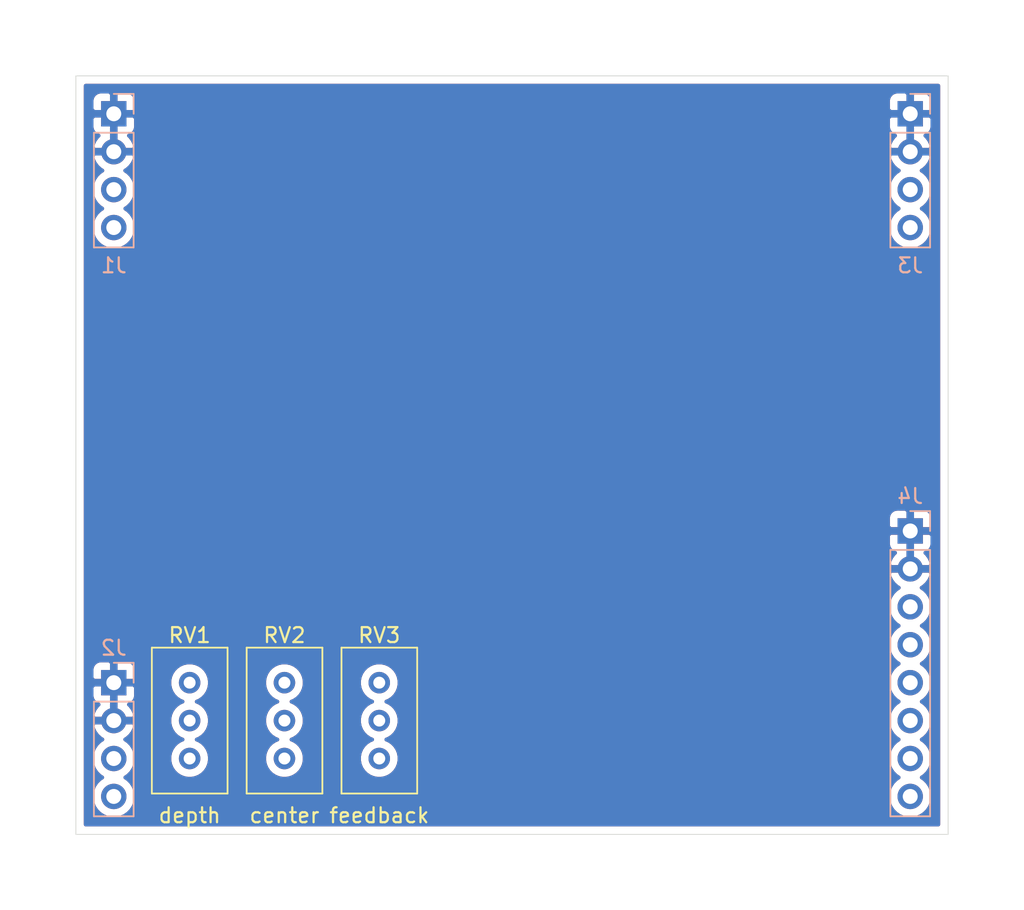
<source format=kicad_pcb>
(kicad_pcb (version 20171130) (host pcbnew 5.1.6-c6e7f7d~87~ubuntu18.04.1)

  (general
    (thickness 1.6)
    (drawings 7)
    (tracks 1)
    (zones 0)
    (modules 7)
    (nets 17)
  )

  (page A4)
  (title_block
    (comment 1 creativecommons.org/licenses/by/4.0/)
    (comment 2 "License: CC by 4.0")
    (comment 3 "Author: ")
  )

  (layers
    (0 F.Cu signal)
    (31 B.Cu signal)
    (32 B.Adhes user)
    (33 F.Adhes user)
    (34 B.Paste user)
    (35 F.Paste user)
    (36 B.SilkS user)
    (37 F.SilkS user)
    (38 B.Mask user)
    (39 F.Mask user)
    (40 Dwgs.User user)
    (41 Cmts.User user)
    (42 Eco1.User user)
    (43 Eco2.User user)
    (44 Edge.Cuts user)
    (45 Margin user)
    (46 B.CrtYd user)
    (47 F.CrtYd user)
    (48 B.Fab user hide)
    (49 F.Fab user hide)
  )

  (setup
    (last_trace_width 0.25)
    (user_trace_width 0.29)
    (user_trace_width 0.4)
    (user_trace_width 0.5)
    (user_trace_width 0.75)
    (user_trace_width 1)
    (trace_clearance 0.2)
    (zone_clearance 0.508)
    (zone_45_only no)
    (trace_min 0.2)
    (via_size 0.8)
    (via_drill 0.4)
    (via_min_size 0.4)
    (via_min_drill 0.3)
    (user_via 1 0.8)
    (uvia_size 0.3)
    (uvia_drill 0.1)
    (uvias_allowed no)
    (uvia_min_size 0.2)
    (uvia_min_drill 0.1)
    (edge_width 0.05)
    (segment_width 0.2)
    (pcb_text_width 0.3)
    (pcb_text_size 1.5 1.5)
    (mod_edge_width 0.12)
    (mod_text_size 1 1)
    (mod_text_width 0.15)
    (pad_size 1.524 1.524)
    (pad_drill 0.762)
    (pad_to_mask_clearance 0.051)
    (solder_mask_min_width 0.25)
    (aux_axis_origin 0 0)
    (visible_elements FFFFFF7F)
    (pcbplotparams
      (layerselection 0x010fc_ffffffff)
      (usegerberextensions false)
      (usegerberattributes false)
      (usegerberadvancedattributes false)
      (creategerberjobfile false)
      (excludeedgelayer true)
      (linewidth 0.100000)
      (plotframeref false)
      (viasonmask false)
      (mode 1)
      (useauxorigin false)
      (hpglpennumber 1)
      (hpglpenspeed 20)
      (hpglpendiameter 15.000000)
      (psnegative false)
      (psa4output false)
      (plotreference true)
      (plotvalue true)
      (plotinvisibletext false)
      (padsonsilk false)
      (subtractmaskfromsilk false)
      (outputformat 1)
      (mirror false)
      (drillshape 0)
      (scaleselection 1)
      (outputdirectory "../construction_docs/gerbers/"))
  )

  (net 0 "")
  (net 1 +12V)
  (net 2 GND)
  (net 3 -12V)
  (net 4 "Net-(J3-Pad3)")
  (net 5 "Net-(J1-Pad3)")
  (net 6 "Net-(J2-Pad3)")
  (net 7 "Net-(J4-Pad3)")
  (net 8 "Net-(RV1-Pad3)")
  (net 9 "Net-(RV1-Pad2)")
  (net 10 "Net-(RV1-Pad1)")
  (net 11 "Net-(RV2-Pad3)")
  (net 12 "Net-(RV2-Pad2)")
  (net 13 "Net-(RV2-Pad1)")
  (net 14 "Net-(RV3-Pad3)")
  (net 15 "Net-(RV3-Pad2)")
  (net 16 "Net-(RV3-Pad1)")

  (net_class Default "This is the default net class."
    (clearance 0.2)
    (trace_width 0.25)
    (via_dia 0.8)
    (via_drill 0.4)
    (uvia_dia 0.3)
    (uvia_drill 0.1)
    (add_net +12V)
    (add_net -12V)
    (add_net GND)
    (add_net "Net-(J1-Pad3)")
    (add_net "Net-(J2-Pad3)")
    (add_net "Net-(J3-Pad3)")
    (add_net "Net-(J4-Pad3)")
    (add_net "Net-(RV1-Pad1)")
    (add_net "Net-(RV1-Pad2)")
    (add_net "Net-(RV1-Pad3)")
    (add_net "Net-(RV2-Pad1)")
    (add_net "Net-(RV2-Pad2)")
    (add_net "Net-(RV2-Pad3)")
    (add_net "Net-(RV3-Pad1)")
    (add_net "Net-(RV3-Pad2)")
    (add_net "Net-(RV3-Pad3)")
  )

  (module Potentiometer_THT:Potentiometer_Bourns_3296W_Vertical (layer F.Cu) (tedit 5A3D4994) (tstamp 5F3270F6)
    (at 111.76 106.68 90)
    (descr "Potentiometer, vertical, Bourns 3296W, https://www.bourns.com/pdfs/3296.pdf")
    (tags "Potentiometer vertical Bourns 3296W")
    (path /5F31E58F)
    (fp_text reference RV3 (at 3.175 0 180) (layer F.SilkS)
      (effects (font (size 1 1) (thickness 0.15)))
    )
    (fp_text value ? (at -2.54 3.67 90) (layer F.Fab)
      (effects (font (size 1 1) (thickness 0.15)))
    )
    (fp_text user %R (at -3.175 0.005 90) (layer F.Fab)
      (effects (font (size 1 1) (thickness 0.15)))
    )
    (fp_circle (center 0.955 1.15) (end 2.05 1.15) (layer F.Fab) (width 0.1))
    (fp_line (start -7.305 -2.41) (end -7.305 2.42) (layer F.Fab) (width 0.1))
    (fp_line (start -7.305 2.42) (end 2.225 2.42) (layer F.Fab) (width 0.1))
    (fp_line (start 2.225 2.42) (end 2.225 -2.41) (layer F.Fab) (width 0.1))
    (fp_line (start 2.225 -2.41) (end -7.305 -2.41) (layer F.Fab) (width 0.1))
    (fp_line (start 0.955 2.235) (end 0.956 0.066) (layer F.Fab) (width 0.1))
    (fp_line (start 0.955 2.235) (end 0.956 0.066) (layer F.Fab) (width 0.1))
    (fp_line (start -7.425 -2.53) (end 2.345 -2.53) (layer F.SilkS) (width 0.12))
    (fp_line (start -7.425 2.54) (end 2.345 2.54) (layer F.SilkS) (width 0.12))
    (fp_line (start -7.425 -2.53) (end -7.425 2.54) (layer F.SilkS) (width 0.12))
    (fp_line (start 2.345 -2.53) (end 2.345 2.54) (layer F.SilkS) (width 0.12))
    (fp_line (start -7.6 -2.7) (end -7.6 2.7) (layer F.CrtYd) (width 0.05))
    (fp_line (start -7.6 2.7) (end 2.5 2.7) (layer F.CrtYd) (width 0.05))
    (fp_line (start 2.5 2.7) (end 2.5 -2.7) (layer F.CrtYd) (width 0.05))
    (fp_line (start 2.5 -2.7) (end -7.6 -2.7) (layer F.CrtYd) (width 0.05))
    (pad 3 thru_hole circle (at -5.08 0 90) (size 1.44 1.44) (drill 0.8) (layers *.Cu *.Mask)
      (net 14 "Net-(RV3-Pad3)"))
    (pad 2 thru_hole circle (at -2.54 0 90) (size 1.44 1.44) (drill 0.8) (layers *.Cu *.Mask)
      (net 15 "Net-(RV3-Pad2)"))
    (pad 1 thru_hole circle (at 0 0 90) (size 1.44 1.44) (drill 0.8) (layers *.Cu *.Mask)
      (net 16 "Net-(RV3-Pad1)"))
    (model ${KISYS3DMOD}/Potentiometer_THT.3dshapes/Potentiometer_Bourns_3296W_Vertical.wrl
      (at (xyz 0 0 0))
      (scale (xyz 1 1 1))
      (rotate (xyz 0 0 0))
    )
  )

  (module Potentiometer_THT:Potentiometer_Bourns_3296W_Vertical (layer F.Cu) (tedit 5A3D4994) (tstamp 5F3270DF)
    (at 105.41 106.68 90)
    (descr "Potentiometer, vertical, Bourns 3296W, https://www.bourns.com/pdfs/3296.pdf")
    (tags "Potentiometer vertical Bourns 3296W")
    (path /5F31DFFF)
    (fp_text reference RV2 (at 3.175 0 180) (layer F.SilkS)
      (effects (font (size 1 1) (thickness 0.15)))
    )
    (fp_text value ? (at -2.54 3.67 90) (layer F.Fab)
      (effects (font (size 1 1) (thickness 0.15)))
    )
    (fp_text user %R (at -3.175 0.005 90) (layer F.Fab)
      (effects (font (size 1 1) (thickness 0.15)))
    )
    (fp_circle (center 0.955 1.15) (end 2.05 1.15) (layer F.Fab) (width 0.1))
    (fp_line (start -7.305 -2.41) (end -7.305 2.42) (layer F.Fab) (width 0.1))
    (fp_line (start -7.305 2.42) (end 2.225 2.42) (layer F.Fab) (width 0.1))
    (fp_line (start 2.225 2.42) (end 2.225 -2.41) (layer F.Fab) (width 0.1))
    (fp_line (start 2.225 -2.41) (end -7.305 -2.41) (layer F.Fab) (width 0.1))
    (fp_line (start 0.955 2.235) (end 0.956 0.066) (layer F.Fab) (width 0.1))
    (fp_line (start 0.955 2.235) (end 0.956 0.066) (layer F.Fab) (width 0.1))
    (fp_line (start -7.425 -2.53) (end 2.345 -2.53) (layer F.SilkS) (width 0.12))
    (fp_line (start -7.425 2.54) (end 2.345 2.54) (layer F.SilkS) (width 0.12))
    (fp_line (start -7.425 -2.53) (end -7.425 2.54) (layer F.SilkS) (width 0.12))
    (fp_line (start 2.345 -2.53) (end 2.345 2.54) (layer F.SilkS) (width 0.12))
    (fp_line (start -7.6 -2.7) (end -7.6 2.7) (layer F.CrtYd) (width 0.05))
    (fp_line (start -7.6 2.7) (end 2.5 2.7) (layer F.CrtYd) (width 0.05))
    (fp_line (start 2.5 2.7) (end 2.5 -2.7) (layer F.CrtYd) (width 0.05))
    (fp_line (start 2.5 -2.7) (end -7.6 -2.7) (layer F.CrtYd) (width 0.05))
    (pad 3 thru_hole circle (at -5.08 0 90) (size 1.44 1.44) (drill 0.8) (layers *.Cu *.Mask)
      (net 11 "Net-(RV2-Pad3)"))
    (pad 2 thru_hole circle (at -2.54 0 90) (size 1.44 1.44) (drill 0.8) (layers *.Cu *.Mask)
      (net 12 "Net-(RV2-Pad2)"))
    (pad 1 thru_hole circle (at 0 0 90) (size 1.44 1.44) (drill 0.8) (layers *.Cu *.Mask)
      (net 13 "Net-(RV2-Pad1)"))
    (model ${KISYS3DMOD}/Potentiometer_THT.3dshapes/Potentiometer_Bourns_3296W_Vertical.wrl
      (at (xyz 0 0 0))
      (scale (xyz 1 1 1))
      (rotate (xyz 0 0 0))
    )
  )

  (module Potentiometer_THT:Potentiometer_Bourns_3296W_Vertical (layer F.Cu) (tedit 5A3D4994) (tstamp 5F3270C8)
    (at 99.06 106.68 90)
    (descr "Potentiometer, vertical, Bourns 3296W, https://www.bourns.com/pdfs/3296.pdf")
    (tags "Potentiometer vertical Bourns 3296W")
    (path /5F31C855)
    (fp_text reference RV1 (at 3.175 0 180) (layer F.SilkS)
      (effects (font (size 1 1) (thickness 0.15)))
    )
    (fp_text value ? (at -2.54 3.67 90) (layer F.Fab)
      (effects (font (size 1 1) (thickness 0.15)))
    )
    (fp_text user %R (at -3.175 0.005 90) (layer F.Fab)
      (effects (font (size 1 1) (thickness 0.15)))
    )
    (fp_circle (center 0.955 1.15) (end 2.05 1.15) (layer F.Fab) (width 0.1))
    (fp_line (start -7.305 -2.41) (end -7.305 2.42) (layer F.Fab) (width 0.1))
    (fp_line (start -7.305 2.42) (end 2.225 2.42) (layer F.Fab) (width 0.1))
    (fp_line (start 2.225 2.42) (end 2.225 -2.41) (layer F.Fab) (width 0.1))
    (fp_line (start 2.225 -2.41) (end -7.305 -2.41) (layer F.Fab) (width 0.1))
    (fp_line (start 0.955 2.235) (end 0.956 0.066) (layer F.Fab) (width 0.1))
    (fp_line (start 0.955 2.235) (end 0.956 0.066) (layer F.Fab) (width 0.1))
    (fp_line (start -7.425 -2.53) (end 2.345 -2.53) (layer F.SilkS) (width 0.12))
    (fp_line (start -7.425 2.54) (end 2.345 2.54) (layer F.SilkS) (width 0.12))
    (fp_line (start -7.425 -2.53) (end -7.425 2.54) (layer F.SilkS) (width 0.12))
    (fp_line (start 2.345 -2.53) (end 2.345 2.54) (layer F.SilkS) (width 0.12))
    (fp_line (start -7.6 -2.7) (end -7.6 2.7) (layer F.CrtYd) (width 0.05))
    (fp_line (start -7.6 2.7) (end 2.5 2.7) (layer F.CrtYd) (width 0.05))
    (fp_line (start 2.5 2.7) (end 2.5 -2.7) (layer F.CrtYd) (width 0.05))
    (fp_line (start 2.5 -2.7) (end -7.6 -2.7) (layer F.CrtYd) (width 0.05))
    (pad 3 thru_hole circle (at -5.08 0 90) (size 1.44 1.44) (drill 0.8) (layers *.Cu *.Mask)
      (net 8 "Net-(RV1-Pad3)"))
    (pad 2 thru_hole circle (at -2.54 0 90) (size 1.44 1.44) (drill 0.8) (layers *.Cu *.Mask)
      (net 9 "Net-(RV1-Pad2)"))
    (pad 1 thru_hole circle (at 0 0 90) (size 1.44 1.44) (drill 0.8) (layers *.Cu *.Mask)
      (net 10 "Net-(RV1-Pad1)"))
    (model ${KISYS3DMOD}/Potentiometer_THT.3dshapes/Potentiometer_Bourns_3296W_Vertical.wrl
      (at (xyz 0 0 0))
      (scale (xyz 1 1 1))
      (rotate (xyz 0 0 0))
    )
  )

  (module Connector_PinHeader_2.54mm:PinHeader_1x08_P2.54mm_Vertical (layer B.Cu) (tedit 59FED5CC) (tstamp 5F2A01C7)
    (at 147.32 96.52 180)
    (descr "Through hole straight pin header, 1x08, 2.54mm pitch, single row")
    (tags "Through hole pin header THT 1x08 2.54mm single row")
    (path /5F2B8113)
    (fp_text reference J4 (at 0 2.33) (layer B.SilkS)
      (effects (font (size 1 1) (thickness 0.15)) (justify mirror))
    )
    (fp_text value feedback_CV_and_PS (at 0 -20.11) (layer B.Fab)
      (effects (font (size 1 1) (thickness 0.15)) (justify mirror))
    )
    (fp_line (start 1.8 1.8) (end -1.8 1.8) (layer B.CrtYd) (width 0.05))
    (fp_line (start 1.8 -19.55) (end 1.8 1.8) (layer B.CrtYd) (width 0.05))
    (fp_line (start -1.8 -19.55) (end 1.8 -19.55) (layer B.CrtYd) (width 0.05))
    (fp_line (start -1.8 1.8) (end -1.8 -19.55) (layer B.CrtYd) (width 0.05))
    (fp_line (start -1.33 1.33) (end 0 1.33) (layer B.SilkS) (width 0.12))
    (fp_line (start -1.33 0) (end -1.33 1.33) (layer B.SilkS) (width 0.12))
    (fp_line (start -1.33 -1.27) (end 1.33 -1.27) (layer B.SilkS) (width 0.12))
    (fp_line (start 1.33 -1.27) (end 1.33 -19.11) (layer B.SilkS) (width 0.12))
    (fp_line (start -1.33 -1.27) (end -1.33 -19.11) (layer B.SilkS) (width 0.12))
    (fp_line (start -1.33 -19.11) (end 1.33 -19.11) (layer B.SilkS) (width 0.12))
    (fp_line (start -1.27 0.635) (end -0.635 1.27) (layer B.Fab) (width 0.1))
    (fp_line (start -1.27 -19.05) (end -1.27 0.635) (layer B.Fab) (width 0.1))
    (fp_line (start 1.27 -19.05) (end -1.27 -19.05) (layer B.Fab) (width 0.1))
    (fp_line (start 1.27 1.27) (end 1.27 -19.05) (layer B.Fab) (width 0.1))
    (fp_line (start -0.635 1.27) (end 1.27 1.27) (layer B.Fab) (width 0.1))
    (fp_text user %R (at 0 -8.89 270) (layer B.Fab)
      (effects (font (size 1 1) (thickness 0.15)) (justify mirror))
    )
    (pad 8 thru_hole oval (at 0 -17.78 180) (size 1.7 1.7) (drill 1) (layers *.Cu *.Mask)
      (net 1 +12V))
    (pad 7 thru_hole oval (at 0 -15.24 180) (size 1.7 1.7) (drill 1) (layers *.Cu *.Mask)
      (net 1 +12V))
    (pad 6 thru_hole oval (at 0 -12.7 180) (size 1.7 1.7) (drill 1) (layers *.Cu *.Mask)
      (net 3 -12V))
    (pad 5 thru_hole oval (at 0 -10.16 180) (size 1.7 1.7) (drill 1) (layers *.Cu *.Mask)
      (net 3 -12V))
    (pad 4 thru_hole oval (at 0 -7.62 180) (size 1.7 1.7) (drill 1) (layers *.Cu *.Mask)
      (net 7 "Net-(J4-Pad3)"))
    (pad 3 thru_hole oval (at 0 -5.08 180) (size 1.7 1.7) (drill 1) (layers *.Cu *.Mask)
      (net 7 "Net-(J4-Pad3)"))
    (pad 2 thru_hole oval (at 0 -2.54 180) (size 1.7 1.7) (drill 1) (layers *.Cu *.Mask)
      (net 2 GND))
    (pad 1 thru_hole rect (at 0 0 180) (size 1.7 1.7) (drill 1) (layers *.Cu *.Mask)
      (net 2 GND))
    (model ${KISYS3DMOD}/Connector_PinHeader_2.54mm.3dshapes/PinHeader_1x08_P2.54mm_Vertical.wrl
      (at (xyz 0 0 0))
      (scale (xyz 1 1 1))
      (rotate (xyz 0 0 0))
    )
  )

  (module Connector_PinHeader_2.54mm:PinHeader_1x04_P2.54mm_Vertical (layer B.Cu) (tedit 59FED5CC) (tstamp 5F2A01AB)
    (at 147.32 68.58 180)
    (descr "Through hole straight pin header, 1x04, 2.54mm pitch, single row")
    (tags "Through hole pin header THT 1x04 2.54mm single row")
    (path /5F2B4A42)
    (fp_text reference J3 (at 0 -10.16) (layer B.SilkS)
      (effects (font (size 1 1) (thickness 0.15)) (justify mirror))
    )
    (fp_text value signal_output (at 0 -9.95) (layer B.Fab)
      (effects (font (size 1 1) (thickness 0.15)) (justify mirror))
    )
    (fp_line (start 1.8 1.8) (end -1.8 1.8) (layer B.CrtYd) (width 0.05))
    (fp_line (start 1.8 -9.4) (end 1.8 1.8) (layer B.CrtYd) (width 0.05))
    (fp_line (start -1.8 -9.4) (end 1.8 -9.4) (layer B.CrtYd) (width 0.05))
    (fp_line (start -1.8 1.8) (end -1.8 -9.4) (layer B.CrtYd) (width 0.05))
    (fp_line (start -1.33 1.33) (end 0 1.33) (layer B.SilkS) (width 0.12))
    (fp_line (start -1.33 0) (end -1.33 1.33) (layer B.SilkS) (width 0.12))
    (fp_line (start -1.33 -1.27) (end 1.33 -1.27) (layer B.SilkS) (width 0.12))
    (fp_line (start 1.33 -1.27) (end 1.33 -8.95) (layer B.SilkS) (width 0.12))
    (fp_line (start -1.33 -1.27) (end -1.33 -8.95) (layer B.SilkS) (width 0.12))
    (fp_line (start -1.33 -8.95) (end 1.33 -8.95) (layer B.SilkS) (width 0.12))
    (fp_line (start -1.27 0.635) (end -0.635 1.27) (layer B.Fab) (width 0.1))
    (fp_line (start -1.27 -8.89) (end -1.27 0.635) (layer B.Fab) (width 0.1))
    (fp_line (start 1.27 -8.89) (end -1.27 -8.89) (layer B.Fab) (width 0.1))
    (fp_line (start 1.27 1.27) (end 1.27 -8.89) (layer B.Fab) (width 0.1))
    (fp_line (start -0.635 1.27) (end 1.27 1.27) (layer B.Fab) (width 0.1))
    (fp_text user %R (at 0 -3.81 270) (layer B.Fab)
      (effects (font (size 1 1) (thickness 0.15)) (justify mirror))
    )
    (pad 4 thru_hole oval (at 0 -7.62 180) (size 1.7 1.7) (drill 1) (layers *.Cu *.Mask)
      (net 4 "Net-(J3-Pad3)"))
    (pad 3 thru_hole oval (at 0 -5.08 180) (size 1.7 1.7) (drill 1) (layers *.Cu *.Mask)
      (net 4 "Net-(J3-Pad3)"))
    (pad 2 thru_hole oval (at 0 -2.54 180) (size 1.7 1.7) (drill 1) (layers *.Cu *.Mask)
      (net 2 GND))
    (pad 1 thru_hole rect (at 0 0 180) (size 1.7 1.7) (drill 1) (layers *.Cu *.Mask)
      (net 2 GND))
    (model ${KISYS3DMOD}/Connector_PinHeader_2.54mm.3dshapes/PinHeader_1x04_P2.54mm_Vertical.wrl
      (at (xyz 0 0 0))
      (scale (xyz 1 1 1))
      (rotate (xyz 0 0 0))
    )
  )

  (module Connector_PinHeader_2.54mm:PinHeader_1x04_P2.54mm_Vertical (layer B.Cu) (tedit 59FED5CC) (tstamp 5F2A0193)
    (at 93.98 106.68 180)
    (descr "Through hole straight pin header, 1x04, 2.54mm pitch, single row")
    (tags "Through hole pin header THT 1x04 2.54mm single row")
    (path /5F2B1B47)
    (fp_text reference J2 (at 0 2.33) (layer B.SilkS)
      (effects (font (size 1 1) (thickness 0.15)) (justify mirror))
    )
    (fp_text value cutoff_CV_input (at 0 -9.95) (layer B.Fab)
      (effects (font (size 1 1) (thickness 0.15)) (justify mirror))
    )
    (fp_line (start 1.8 1.8) (end -1.8 1.8) (layer B.CrtYd) (width 0.05))
    (fp_line (start 1.8 -9.4) (end 1.8 1.8) (layer B.CrtYd) (width 0.05))
    (fp_line (start -1.8 -9.4) (end 1.8 -9.4) (layer B.CrtYd) (width 0.05))
    (fp_line (start -1.8 1.8) (end -1.8 -9.4) (layer B.CrtYd) (width 0.05))
    (fp_line (start -1.33 1.33) (end 0 1.33) (layer B.SilkS) (width 0.12))
    (fp_line (start -1.33 0) (end -1.33 1.33) (layer B.SilkS) (width 0.12))
    (fp_line (start -1.33 -1.27) (end 1.33 -1.27) (layer B.SilkS) (width 0.12))
    (fp_line (start 1.33 -1.27) (end 1.33 -8.95) (layer B.SilkS) (width 0.12))
    (fp_line (start -1.33 -1.27) (end -1.33 -8.95) (layer B.SilkS) (width 0.12))
    (fp_line (start -1.33 -8.95) (end 1.33 -8.95) (layer B.SilkS) (width 0.12))
    (fp_line (start -1.27 0.635) (end -0.635 1.27) (layer B.Fab) (width 0.1))
    (fp_line (start -1.27 -8.89) (end -1.27 0.635) (layer B.Fab) (width 0.1))
    (fp_line (start 1.27 -8.89) (end -1.27 -8.89) (layer B.Fab) (width 0.1))
    (fp_line (start 1.27 1.27) (end 1.27 -8.89) (layer B.Fab) (width 0.1))
    (fp_line (start -0.635 1.27) (end 1.27 1.27) (layer B.Fab) (width 0.1))
    (fp_text user %R (at 0 -3.81 270) (layer B.Fab)
      (effects (font (size 1 1) (thickness 0.15)) (justify mirror))
    )
    (pad 4 thru_hole oval (at 0 -7.62 180) (size 1.7 1.7) (drill 1) (layers *.Cu *.Mask)
      (net 6 "Net-(J2-Pad3)"))
    (pad 3 thru_hole oval (at 0 -5.08 180) (size 1.7 1.7) (drill 1) (layers *.Cu *.Mask)
      (net 6 "Net-(J2-Pad3)"))
    (pad 2 thru_hole oval (at 0 -2.54 180) (size 1.7 1.7) (drill 1) (layers *.Cu *.Mask)
      (net 2 GND))
    (pad 1 thru_hole rect (at 0 0 180) (size 1.7 1.7) (drill 1) (layers *.Cu *.Mask)
      (net 2 GND))
    (model ${KISYS3DMOD}/Connector_PinHeader_2.54mm.3dshapes/PinHeader_1x04_P2.54mm_Vertical.wrl
      (at (xyz 0 0 0))
      (scale (xyz 1 1 1))
      (rotate (xyz 0 0 0))
    )
  )

  (module Connector_PinHeader_2.54mm:PinHeader_1x04_P2.54mm_Vertical (layer B.Cu) (tedit 59FED5CC) (tstamp 5F2A017B)
    (at 93.98 68.58 180)
    (descr "Through hole straight pin header, 1x04, 2.54mm pitch, single row")
    (tags "Through hole pin header THT 1x04 2.54mm single row")
    (path /5F2AFCBE)
    (fp_text reference J1 (at 0 -10.16) (layer B.SilkS)
      (effects (font (size 1 1) (thickness 0.15)) (justify mirror))
    )
    (fp_text value signal_input (at 0 -9.95) (layer B.Fab)
      (effects (font (size 1 1) (thickness 0.15)) (justify mirror))
    )
    (fp_line (start 1.8 1.8) (end -1.8 1.8) (layer B.CrtYd) (width 0.05))
    (fp_line (start 1.8 -9.4) (end 1.8 1.8) (layer B.CrtYd) (width 0.05))
    (fp_line (start -1.8 -9.4) (end 1.8 -9.4) (layer B.CrtYd) (width 0.05))
    (fp_line (start -1.8 1.8) (end -1.8 -9.4) (layer B.CrtYd) (width 0.05))
    (fp_line (start -1.33 1.33) (end 0 1.33) (layer B.SilkS) (width 0.12))
    (fp_line (start -1.33 0) (end -1.33 1.33) (layer B.SilkS) (width 0.12))
    (fp_line (start -1.33 -1.27) (end 1.33 -1.27) (layer B.SilkS) (width 0.12))
    (fp_line (start 1.33 -1.27) (end 1.33 -8.95) (layer B.SilkS) (width 0.12))
    (fp_line (start -1.33 -1.27) (end -1.33 -8.95) (layer B.SilkS) (width 0.12))
    (fp_line (start -1.33 -8.95) (end 1.33 -8.95) (layer B.SilkS) (width 0.12))
    (fp_line (start -1.27 0.635) (end -0.635 1.27) (layer B.Fab) (width 0.1))
    (fp_line (start -1.27 -8.89) (end -1.27 0.635) (layer B.Fab) (width 0.1))
    (fp_line (start 1.27 -8.89) (end -1.27 -8.89) (layer B.Fab) (width 0.1))
    (fp_line (start 1.27 1.27) (end 1.27 -8.89) (layer B.Fab) (width 0.1))
    (fp_line (start -0.635 1.27) (end 1.27 1.27) (layer B.Fab) (width 0.1))
    (fp_text user %R (at 0 -3.81 270) (layer B.Fab)
      (effects (font (size 1 1) (thickness 0.15)) (justify mirror))
    )
    (pad 4 thru_hole oval (at 0 -7.62 180) (size 1.7 1.7) (drill 1) (layers *.Cu *.Mask)
      (net 5 "Net-(J1-Pad3)"))
    (pad 3 thru_hole oval (at 0 -5.08 180) (size 1.7 1.7) (drill 1) (layers *.Cu *.Mask)
      (net 5 "Net-(J1-Pad3)"))
    (pad 2 thru_hole oval (at 0 -2.54 180) (size 1.7 1.7) (drill 1) (layers *.Cu *.Mask)
      (net 2 GND))
    (pad 1 thru_hole rect (at 0 0 180) (size 1.7 1.7) (drill 1) (layers *.Cu *.Mask)
      (net 2 GND))
    (model ${KISYS3DMOD}/Connector_PinHeader_2.54mm.3dshapes/PinHeader_1x04_P2.54mm_Vertical.wrl
      (at (xyz 0 0 0))
      (scale (xyz 1 1 1))
      (rotate (xyz 0 0 0))
    )
  )

  (gr_text depth (at 99.06 115.57) (layer F.SilkS)
    (effects (font (size 1 1) (thickness 0.15)))
  )
  (gr_text center (at 105.41 115.57) (layer F.SilkS)
    (effects (font (size 1 1) (thickness 0.15)))
  )
  (gr_text feedback (at 111.76 115.57) (layer F.SilkS)
    (effects (font (size 1 1) (thickness 0.15)))
  )
  (gr_line (start 149.86 66.04) (end 91.44 66.04) (layer Edge.Cuts) (width 0.05) (tstamp 5F2A0846))
  (gr_line (start 149.86 116.84) (end 149.86 66.04) (layer Edge.Cuts) (width 0.05))
  (gr_line (start 91.44 116.84) (end 149.86 116.84) (layer Edge.Cuts) (width 0.05))
  (gr_line (start 91.44 66.04) (end 91.44 116.84) (layer Edge.Cuts) (width 0.05))

  (segment (start 147.32 109.22) (end 147.22199 109.12199) (width 1) (layer F.Cu) (net 3))

  (zone (net 2) (net_name GND) (layer F.Cu) (tstamp 0) (hatch edge 0.508)
    (connect_pads (clearance 0.508))
    (min_thickness 0.254)
    (fill yes (arc_segments 32) (thermal_gap 0.508) (thermal_bridge_width 0.508))
    (polygon
      (pts
        (xy 152.4 119.38) (xy 88.9 119.38) (xy 88.9 63.5) (xy 152.4 63.5)
      )
    )
    (filled_polygon
      (pts
        (xy 149.2 116.18) (xy 92.1 116.18) (xy 92.1 111.61374) (xy 92.495 111.61374) (xy 92.495 111.90626)
        (xy 92.552068 112.193158) (xy 92.66401 112.463411) (xy 92.826525 112.706632) (xy 93.033368 112.913475) (xy 93.20776 113.03)
        (xy 93.033368 113.146525) (xy 92.826525 113.353368) (xy 92.66401 113.596589) (xy 92.552068 113.866842) (xy 92.495 114.15374)
        (xy 92.495 114.44626) (xy 92.552068 114.733158) (xy 92.66401 115.003411) (xy 92.826525 115.246632) (xy 93.033368 115.453475)
        (xy 93.276589 115.61599) (xy 93.546842 115.727932) (xy 93.83374 115.785) (xy 94.12626 115.785) (xy 94.413158 115.727932)
        (xy 94.683411 115.61599) (xy 94.926632 115.453475) (xy 95.133475 115.246632) (xy 95.29599 115.003411) (xy 95.407932 114.733158)
        (xy 95.465 114.44626) (xy 95.465 114.15374) (xy 95.407932 113.866842) (xy 95.29599 113.596589) (xy 95.133475 113.353368)
        (xy 94.926632 113.146525) (xy 94.75224 113.03) (xy 94.926632 112.913475) (xy 95.133475 112.706632) (xy 95.29599 112.463411)
        (xy 95.407932 112.193158) (xy 95.465 111.90626) (xy 95.465 111.61374) (xy 95.407932 111.326842) (xy 95.29599 111.056589)
        (xy 95.133475 110.813368) (xy 94.926632 110.606525) (xy 94.744466 110.484805) (xy 94.861355 110.415178) (xy 95.077588 110.220269)
        (xy 95.251641 109.98692) (xy 95.376825 109.724099) (xy 95.421476 109.57689) (xy 95.300155 109.347) (xy 94.107 109.347)
        (xy 94.107 109.367) (xy 93.853 109.367) (xy 93.853 109.347) (xy 92.659845 109.347) (xy 92.538524 109.57689)
        (xy 92.583175 109.724099) (xy 92.708359 109.98692) (xy 92.882412 110.220269) (xy 93.098645 110.415178) (xy 93.215534 110.484805)
        (xy 93.033368 110.606525) (xy 92.826525 110.813368) (xy 92.66401 111.056589) (xy 92.552068 111.326842) (xy 92.495 111.61374)
        (xy 92.1 111.61374) (xy 92.1 107.53) (xy 92.491928 107.53) (xy 92.504188 107.654482) (xy 92.540498 107.77418)
        (xy 92.599463 107.884494) (xy 92.678815 107.981185) (xy 92.775506 108.060537) (xy 92.88582 108.119502) (xy 92.966466 108.143966)
        (xy 92.882412 108.219731) (xy 92.708359 108.45308) (xy 92.583175 108.715901) (xy 92.538524 108.86311) (xy 92.659845 109.093)
        (xy 93.853 109.093) (xy 93.853 106.807) (xy 94.107 106.807) (xy 94.107 109.093) (xy 95.300155 109.093)
        (xy 95.421476 108.86311) (xy 95.376825 108.715901) (xy 95.251641 108.45308) (xy 95.077588 108.219731) (xy 94.993534 108.143966)
        (xy 95.07418 108.119502) (xy 95.184494 108.060537) (xy 95.281185 107.981185) (xy 95.360537 107.884494) (xy 95.419502 107.77418)
        (xy 95.455812 107.654482) (xy 95.468072 107.53) (xy 95.465 106.96575) (xy 95.30625 106.807) (xy 94.107 106.807)
        (xy 93.853 106.807) (xy 92.65375 106.807) (xy 92.495 106.96575) (xy 92.491928 107.53) (xy 92.1 107.53)
        (xy 92.1 105.83) (xy 92.491928 105.83) (xy 92.495 106.39425) (xy 92.65375 106.553) (xy 93.853 106.553)
        (xy 93.853 105.35375) (xy 94.107 105.35375) (xy 94.107 106.553) (xy 95.30625 106.553) (xy 95.312706 106.546544)
        (xy 97.705 106.546544) (xy 97.705 106.813456) (xy 97.757072 107.075239) (xy 97.859215 107.321833) (xy 98.007503 107.543762)
        (xy 98.196238 107.732497) (xy 98.418167 107.880785) (xy 98.585266 107.95) (xy 98.418167 108.019215) (xy 98.196238 108.167503)
        (xy 98.007503 108.356238) (xy 97.859215 108.578167) (xy 97.757072 108.824761) (xy 97.705 109.086544) (xy 97.705 109.353456)
        (xy 97.757072 109.615239) (xy 97.859215 109.861833) (xy 98.007503 110.083762) (xy 98.196238 110.272497) (xy 98.418167 110.420785)
        (xy 98.585266 110.49) (xy 98.418167 110.559215) (xy 98.196238 110.707503) (xy 98.007503 110.896238) (xy 97.859215 111.118167)
        (xy 97.757072 111.364761) (xy 97.705 111.626544) (xy 97.705 111.893456) (xy 97.757072 112.155239) (xy 97.859215 112.401833)
        (xy 98.007503 112.623762) (xy 98.196238 112.812497) (xy 98.418167 112.960785) (xy 98.664761 113.062928) (xy 98.926544 113.115)
        (xy 99.193456 113.115) (xy 99.455239 113.062928) (xy 99.701833 112.960785) (xy 99.923762 112.812497) (xy 100.112497 112.623762)
        (xy 100.260785 112.401833) (xy 100.362928 112.155239) (xy 100.415 111.893456) (xy 100.415 111.626544) (xy 100.362928 111.364761)
        (xy 100.260785 111.118167) (xy 100.112497 110.896238) (xy 99.923762 110.707503) (xy 99.701833 110.559215) (xy 99.534734 110.49)
        (xy 99.701833 110.420785) (xy 99.923762 110.272497) (xy 100.112497 110.083762) (xy 100.260785 109.861833) (xy 100.362928 109.615239)
        (xy 100.415 109.353456) (xy 100.415 109.086544) (xy 100.362928 108.824761) (xy 100.260785 108.578167) (xy 100.112497 108.356238)
        (xy 99.923762 108.167503) (xy 99.701833 108.019215) (xy 99.534734 107.95) (xy 99.701833 107.880785) (xy 99.923762 107.732497)
        (xy 100.112497 107.543762) (xy 100.260785 107.321833) (xy 100.362928 107.075239) (xy 100.415 106.813456) (xy 100.415 106.546544)
        (xy 104.055 106.546544) (xy 104.055 106.813456) (xy 104.107072 107.075239) (xy 104.209215 107.321833) (xy 104.357503 107.543762)
        (xy 104.546238 107.732497) (xy 104.768167 107.880785) (xy 104.935266 107.95) (xy 104.768167 108.019215) (xy 104.546238 108.167503)
        (xy 104.357503 108.356238) (xy 104.209215 108.578167) (xy 104.107072 108.824761) (xy 104.055 109.086544) (xy 104.055 109.353456)
        (xy 104.107072 109.615239) (xy 104.209215 109.861833) (xy 104.357503 110.083762) (xy 104.546238 110.272497) (xy 104.768167 110.420785)
        (xy 104.935266 110.49) (xy 104.768167 110.559215) (xy 104.546238 110.707503) (xy 104.357503 110.896238) (xy 104.209215 111.118167)
        (xy 104.107072 111.364761) (xy 104.055 111.626544) (xy 104.055 111.893456) (xy 104.107072 112.155239) (xy 104.209215 112.401833)
        (xy 104.357503 112.623762) (xy 104.546238 112.812497) (xy 104.768167 112.960785) (xy 105.014761 113.062928) (xy 105.276544 113.115)
        (xy 105.543456 113.115) (xy 105.805239 113.062928) (xy 106.051833 112.960785) (xy 106.273762 112.812497) (xy 106.462497 112.623762)
        (xy 106.610785 112.401833) (xy 106.712928 112.155239) (xy 106.765 111.893456) (xy 106.765 111.626544) (xy 106.712928 111.364761)
        (xy 106.610785 111.118167) (xy 106.462497 110.896238) (xy 106.273762 110.707503) (xy 106.051833 110.559215) (xy 105.884734 110.49)
        (xy 106.051833 110.420785) (xy 106.273762 110.272497) (xy 106.462497 110.083762) (xy 106.610785 109.861833) (xy 106.712928 109.615239)
        (xy 106.765 109.353456) (xy 106.765 109.086544) (xy 106.712928 108.824761) (xy 106.610785 108.578167) (xy 106.462497 108.356238)
        (xy 106.273762 108.167503) (xy 106.051833 108.019215) (xy 105.884734 107.95) (xy 106.051833 107.880785) (xy 106.273762 107.732497)
        (xy 106.462497 107.543762) (xy 106.610785 107.321833) (xy 106.712928 107.075239) (xy 106.765 106.813456) (xy 106.765 106.546544)
        (xy 110.405 106.546544) (xy 110.405 106.813456) (xy 110.457072 107.075239) (xy 110.559215 107.321833) (xy 110.707503 107.543762)
        (xy 110.896238 107.732497) (xy 111.118167 107.880785) (xy 111.285266 107.95) (xy 111.118167 108.019215) (xy 110.896238 108.167503)
        (xy 110.707503 108.356238) (xy 110.559215 108.578167) (xy 110.457072 108.824761) (xy 110.405 109.086544) (xy 110.405 109.353456)
        (xy 110.457072 109.615239) (xy 110.559215 109.861833) (xy 110.707503 110.083762) (xy 110.896238 110.272497) (xy 111.118167 110.420785)
        (xy 111.285266 110.49) (xy 111.118167 110.559215) (xy 110.896238 110.707503) (xy 110.707503 110.896238) (xy 110.559215 111.118167)
        (xy 110.457072 111.364761) (xy 110.405 111.626544) (xy 110.405 111.893456) (xy 110.457072 112.155239) (xy 110.559215 112.401833)
        (xy 110.707503 112.623762) (xy 110.896238 112.812497) (xy 111.118167 112.960785) (xy 111.364761 113.062928) (xy 111.626544 113.115)
        (xy 111.893456 113.115) (xy 112.155239 113.062928) (xy 112.401833 112.960785) (xy 112.623762 112.812497) (xy 112.812497 112.623762)
        (xy 112.960785 112.401833) (xy 113.062928 112.155239) (xy 113.115 111.893456) (xy 113.115 111.626544) (xy 113.062928 111.364761)
        (xy 112.960785 111.118167) (xy 112.812497 110.896238) (xy 112.623762 110.707503) (xy 112.401833 110.559215) (xy 112.234734 110.49)
        (xy 112.401833 110.420785) (xy 112.623762 110.272497) (xy 112.812497 110.083762) (xy 112.960785 109.861833) (xy 113.062928 109.615239)
        (xy 113.115 109.353456) (xy 113.115 109.086544) (xy 113.062928 108.824761) (xy 112.960785 108.578167) (xy 112.812497 108.356238)
        (xy 112.623762 108.167503) (xy 112.401833 108.019215) (xy 112.234734 107.95) (xy 112.401833 107.880785) (xy 112.623762 107.732497)
        (xy 112.812497 107.543762) (xy 112.960785 107.321833) (xy 113.062928 107.075239) (xy 113.115 106.813456) (xy 113.115 106.546544)
        (xy 113.062928 106.284761) (xy 112.960785 106.038167) (xy 112.812497 105.816238) (xy 112.623762 105.627503) (xy 112.401833 105.479215)
        (xy 112.155239 105.377072) (xy 111.893456 105.325) (xy 111.626544 105.325) (xy 111.364761 105.377072) (xy 111.118167 105.479215)
        (xy 110.896238 105.627503) (xy 110.707503 105.816238) (xy 110.559215 106.038167) (xy 110.457072 106.284761) (xy 110.405 106.546544)
        (xy 106.765 106.546544) (xy 106.712928 106.284761) (xy 106.610785 106.038167) (xy 106.462497 105.816238) (xy 106.273762 105.627503)
        (xy 106.051833 105.479215) (xy 105.805239 105.377072) (xy 105.543456 105.325) (xy 105.276544 105.325) (xy 105.014761 105.377072)
        (xy 104.768167 105.479215) (xy 104.546238 105.627503) (xy 104.357503 105.816238) (xy 104.209215 106.038167) (xy 104.107072 106.284761)
        (xy 104.055 106.546544) (xy 100.415 106.546544) (xy 100.362928 106.284761) (xy 100.260785 106.038167) (xy 100.112497 105.816238)
        (xy 99.923762 105.627503) (xy 99.701833 105.479215) (xy 99.455239 105.377072) (xy 99.193456 105.325) (xy 98.926544 105.325)
        (xy 98.664761 105.377072) (xy 98.418167 105.479215) (xy 98.196238 105.627503) (xy 98.007503 105.816238) (xy 97.859215 106.038167)
        (xy 97.757072 106.284761) (xy 97.705 106.546544) (xy 95.312706 106.546544) (xy 95.465 106.39425) (xy 95.468072 105.83)
        (xy 95.455812 105.705518) (xy 95.419502 105.58582) (xy 95.360537 105.475506) (xy 95.281185 105.378815) (xy 95.184494 105.299463)
        (xy 95.07418 105.240498) (xy 94.954482 105.204188) (xy 94.83 105.191928) (xy 94.26575 105.195) (xy 94.107 105.35375)
        (xy 93.853 105.35375) (xy 93.69425 105.195) (xy 93.13 105.191928) (xy 93.005518 105.204188) (xy 92.88582 105.240498)
        (xy 92.775506 105.299463) (xy 92.678815 105.378815) (xy 92.599463 105.475506) (xy 92.540498 105.58582) (xy 92.504188 105.705518)
        (xy 92.491928 105.83) (xy 92.1 105.83) (xy 92.1 101.45374) (xy 145.835 101.45374) (xy 145.835 101.74626)
        (xy 145.892068 102.033158) (xy 146.00401 102.303411) (xy 146.166525 102.546632) (xy 146.373368 102.753475) (xy 146.54776 102.87)
        (xy 146.373368 102.986525) (xy 146.166525 103.193368) (xy 146.00401 103.436589) (xy 145.892068 103.706842) (xy 145.835 103.99374)
        (xy 145.835 104.28626) (xy 145.892068 104.573158) (xy 146.00401 104.843411) (xy 146.166525 105.086632) (xy 146.373368 105.293475)
        (xy 146.54776 105.41) (xy 146.373368 105.526525) (xy 146.166525 105.733368) (xy 146.00401 105.976589) (xy 145.892068 106.246842)
        (xy 145.835 106.53374) (xy 145.835 106.82626) (xy 145.892068 107.113158) (xy 146.00401 107.383411) (xy 146.166525 107.626632)
        (xy 146.373368 107.833475) (xy 146.54776 107.95) (xy 146.373368 108.066525) (xy 146.166525 108.273368) (xy 146.00401 108.516589)
        (xy 145.892068 108.786842) (xy 145.835 109.07374) (xy 145.835 109.36626) (xy 145.892068 109.653158) (xy 146.00401 109.923411)
        (xy 146.166525 110.166632) (xy 146.373368 110.373475) (xy 146.54776 110.49) (xy 146.373368 110.606525) (xy 146.166525 110.813368)
        (xy 146.00401 111.056589) (xy 145.892068 111.326842) (xy 145.835 111.61374) (xy 145.835 111.90626) (xy 145.892068 112.193158)
        (xy 146.00401 112.463411) (xy 146.166525 112.706632) (xy 146.373368 112.913475) (xy 146.54776 113.03) (xy 146.373368 113.146525)
        (xy 146.166525 113.353368) (xy 146.00401 113.596589) (xy 145.892068 113.866842) (xy 145.835 114.15374) (xy 145.835 114.44626)
        (xy 145.892068 114.733158) (xy 146.00401 115.003411) (xy 146.166525 115.246632) (xy 146.373368 115.453475) (xy 146.616589 115.61599)
        (xy 146.886842 115.727932) (xy 147.17374 115.785) (xy 147.46626 115.785) (xy 147.753158 115.727932) (xy 148.023411 115.61599)
        (xy 148.266632 115.453475) (xy 148.473475 115.246632) (xy 148.63599 115.003411) (xy 148.747932 114.733158) (xy 148.805 114.44626)
        (xy 148.805 114.15374) (xy 148.747932 113.866842) (xy 148.63599 113.596589) (xy 148.473475 113.353368) (xy 148.266632 113.146525)
        (xy 148.09224 113.03) (xy 148.266632 112.913475) (xy 148.473475 112.706632) (xy 148.63599 112.463411) (xy 148.747932 112.193158)
        (xy 148.805 111.90626) (xy 148.805 111.61374) (xy 148.747932 111.326842) (xy 148.63599 111.056589) (xy 148.473475 110.813368)
        (xy 148.266632 110.606525) (xy 148.09224 110.49) (xy 148.266632 110.373475) (xy 148.473475 110.166632) (xy 148.63599 109.923411)
        (xy 148.747932 109.653158) (xy 148.805 109.36626) (xy 148.805 109.07374) (xy 148.747932 108.786842) (xy 148.63599 108.516589)
        (xy 148.473475 108.273368) (xy 148.266632 108.066525) (xy 148.09224 107.95) (xy 148.266632 107.833475) (xy 148.473475 107.626632)
        (xy 148.63599 107.383411) (xy 148.747932 107.113158) (xy 148.805 106.82626) (xy 148.805 106.53374) (xy 148.747932 106.246842)
        (xy 148.63599 105.976589) (xy 148.473475 105.733368) (xy 148.266632 105.526525) (xy 148.09224 105.41) (xy 148.266632 105.293475)
        (xy 148.473475 105.086632) (xy 148.63599 104.843411) (xy 148.747932 104.573158) (xy 148.805 104.28626) (xy 148.805 103.99374)
        (xy 148.747932 103.706842) (xy 148.63599 103.436589) (xy 148.473475 103.193368) (xy 148.266632 102.986525) (xy 148.09224 102.87)
        (xy 148.266632 102.753475) (xy 148.473475 102.546632) (xy 148.63599 102.303411) (xy 148.747932 102.033158) (xy 148.805 101.74626)
        (xy 148.805 101.45374) (xy 148.747932 101.166842) (xy 148.63599 100.896589) (xy 148.473475 100.653368) (xy 148.266632 100.446525)
        (xy 148.084466 100.324805) (xy 148.201355 100.255178) (xy 148.417588 100.060269) (xy 148.591641 99.82692) (xy 148.716825 99.564099)
        (xy 148.761476 99.41689) (xy 148.640155 99.187) (xy 147.447 99.187) (xy 147.447 99.207) (xy 147.193 99.207)
        (xy 147.193 99.187) (xy 145.999845 99.187) (xy 145.878524 99.41689) (xy 145.923175 99.564099) (xy 146.048359 99.82692)
        (xy 146.222412 100.060269) (xy 146.438645 100.255178) (xy 146.555534 100.324805) (xy 146.373368 100.446525) (xy 146.166525 100.653368)
        (xy 146.00401 100.896589) (xy 145.892068 101.166842) (xy 145.835 101.45374) (xy 92.1 101.45374) (xy 92.1 97.37)
        (xy 145.831928 97.37) (xy 145.844188 97.494482) (xy 145.880498 97.61418) (xy 145.939463 97.724494) (xy 146.018815 97.821185)
        (xy 146.115506 97.900537) (xy 146.22582 97.959502) (xy 146.306466 97.983966) (xy 146.222412 98.059731) (xy 146.048359 98.29308)
        (xy 145.923175 98.555901) (xy 145.878524 98.70311) (xy 145.999845 98.933) (xy 147.193 98.933) (xy 147.193 96.647)
        (xy 147.447 96.647) (xy 147.447 98.933) (xy 148.640155 98.933) (xy 148.761476 98.70311) (xy 148.716825 98.555901)
        (xy 148.591641 98.29308) (xy 148.417588 98.059731) (xy 148.333534 97.983966) (xy 148.41418 97.959502) (xy 148.524494 97.900537)
        (xy 148.621185 97.821185) (xy 148.700537 97.724494) (xy 148.759502 97.61418) (xy 148.795812 97.494482) (xy 148.808072 97.37)
        (xy 148.805 96.80575) (xy 148.64625 96.647) (xy 147.447 96.647) (xy 147.193 96.647) (xy 145.99375 96.647)
        (xy 145.835 96.80575) (xy 145.831928 97.37) (xy 92.1 97.37) (xy 92.1 95.67) (xy 145.831928 95.67)
        (xy 145.835 96.23425) (xy 145.99375 96.393) (xy 147.193 96.393) (xy 147.193 95.19375) (xy 147.447 95.19375)
        (xy 147.447 96.393) (xy 148.64625 96.393) (xy 148.805 96.23425) (xy 148.808072 95.67) (xy 148.795812 95.545518)
        (xy 148.759502 95.42582) (xy 148.700537 95.315506) (xy 148.621185 95.218815) (xy 148.524494 95.139463) (xy 148.41418 95.080498)
        (xy 148.294482 95.044188) (xy 148.17 95.031928) (xy 147.60575 95.035) (xy 147.447 95.19375) (xy 147.193 95.19375)
        (xy 147.03425 95.035) (xy 146.47 95.031928) (xy 146.345518 95.044188) (xy 146.22582 95.080498) (xy 146.115506 95.139463)
        (xy 146.018815 95.218815) (xy 145.939463 95.315506) (xy 145.880498 95.42582) (xy 145.844188 95.545518) (xy 145.831928 95.67)
        (xy 92.1 95.67) (xy 92.1 73.51374) (xy 92.495 73.51374) (xy 92.495 73.80626) (xy 92.552068 74.093158)
        (xy 92.66401 74.363411) (xy 92.826525 74.606632) (xy 93.033368 74.813475) (xy 93.20776 74.93) (xy 93.033368 75.046525)
        (xy 92.826525 75.253368) (xy 92.66401 75.496589) (xy 92.552068 75.766842) (xy 92.495 76.05374) (xy 92.495 76.34626)
        (xy 92.552068 76.633158) (xy 92.66401 76.903411) (xy 92.826525 77.146632) (xy 93.033368 77.353475) (xy 93.276589 77.51599)
        (xy 93.546842 77.627932) (xy 93.83374 77.685) (xy 94.12626 77.685) (xy 94.413158 77.627932) (xy 94.683411 77.51599)
        (xy 94.926632 77.353475) (xy 95.133475 77.146632) (xy 95.29599 76.903411) (xy 95.407932 76.633158) (xy 95.465 76.34626)
        (xy 95.465 76.05374) (xy 95.407932 75.766842) (xy 95.29599 75.496589) (xy 95.133475 75.253368) (xy 94.926632 75.046525)
        (xy 94.75224 74.93) (xy 94.926632 74.813475) (xy 95.133475 74.606632) (xy 95.29599 74.363411) (xy 95.407932 74.093158)
        (xy 95.465 73.80626) (xy 95.465 73.51374) (xy 145.835 73.51374) (xy 145.835 73.80626) (xy 145.892068 74.093158)
        (xy 146.00401 74.363411) (xy 146.166525 74.606632) (xy 146.373368 74.813475) (xy 146.54776 74.93) (xy 146.373368 75.046525)
        (xy 146.166525 75.253368) (xy 146.00401 75.496589) (xy 145.892068 75.766842) (xy 145.835 76.05374) (xy 145.835 76.34626)
        (xy 145.892068 76.633158) (xy 146.00401 76.903411) (xy 146.166525 77.146632) (xy 146.373368 77.353475) (xy 146.616589 77.51599)
        (xy 146.886842 77.627932) (xy 147.17374 77.685) (xy 147.46626 77.685) (xy 147.753158 77.627932) (xy 148.023411 77.51599)
        (xy 148.266632 77.353475) (xy 148.473475 77.146632) (xy 148.63599 76.903411) (xy 148.747932 76.633158) (xy 148.805 76.34626)
        (xy 148.805 76.05374) (xy 148.747932 75.766842) (xy 148.63599 75.496589) (xy 148.473475 75.253368) (xy 148.266632 75.046525)
        (xy 148.09224 74.93) (xy 148.266632 74.813475) (xy 148.473475 74.606632) (xy 148.63599 74.363411) (xy 148.747932 74.093158)
        (xy 148.805 73.80626) (xy 148.805 73.51374) (xy 148.747932 73.226842) (xy 148.63599 72.956589) (xy 148.473475 72.713368)
        (xy 148.266632 72.506525) (xy 148.084466 72.384805) (xy 148.201355 72.315178) (xy 148.417588 72.120269) (xy 148.591641 71.88692)
        (xy 148.716825 71.624099) (xy 148.761476 71.47689) (xy 148.640155 71.247) (xy 147.447 71.247) (xy 147.447 71.267)
        (xy 147.193 71.267) (xy 147.193 71.247) (xy 145.999845 71.247) (xy 145.878524 71.47689) (xy 145.923175 71.624099)
        (xy 146.048359 71.88692) (xy 146.222412 72.120269) (xy 146.438645 72.315178) (xy 146.555534 72.384805) (xy 146.373368 72.506525)
        (xy 146.166525 72.713368) (xy 146.00401 72.956589) (xy 145.892068 73.226842) (xy 145.835 73.51374) (xy 95.465 73.51374)
        (xy 95.407932 73.226842) (xy 95.29599 72.956589) (xy 95.133475 72.713368) (xy 94.926632 72.506525) (xy 94.744466 72.384805)
        (xy 94.861355 72.315178) (xy 95.077588 72.120269) (xy 95.251641 71.88692) (xy 95.376825 71.624099) (xy 95.421476 71.47689)
        (xy 95.300155 71.247) (xy 94.107 71.247) (xy 94.107 71.267) (xy 93.853 71.267) (xy 93.853 71.247)
        (xy 92.659845 71.247) (xy 92.538524 71.47689) (xy 92.583175 71.624099) (xy 92.708359 71.88692) (xy 92.882412 72.120269)
        (xy 93.098645 72.315178) (xy 93.215534 72.384805) (xy 93.033368 72.506525) (xy 92.826525 72.713368) (xy 92.66401 72.956589)
        (xy 92.552068 73.226842) (xy 92.495 73.51374) (xy 92.1 73.51374) (xy 92.1 69.43) (xy 92.491928 69.43)
        (xy 92.504188 69.554482) (xy 92.540498 69.67418) (xy 92.599463 69.784494) (xy 92.678815 69.881185) (xy 92.775506 69.960537)
        (xy 92.88582 70.019502) (xy 92.966466 70.043966) (xy 92.882412 70.119731) (xy 92.708359 70.35308) (xy 92.583175 70.615901)
        (xy 92.538524 70.76311) (xy 92.659845 70.993) (xy 93.853 70.993) (xy 93.853 68.707) (xy 94.107 68.707)
        (xy 94.107 70.993) (xy 95.300155 70.993) (xy 95.421476 70.76311) (xy 95.376825 70.615901) (xy 95.251641 70.35308)
        (xy 95.077588 70.119731) (xy 94.993534 70.043966) (xy 95.07418 70.019502) (xy 95.184494 69.960537) (xy 95.281185 69.881185)
        (xy 95.360537 69.784494) (xy 95.419502 69.67418) (xy 95.455812 69.554482) (xy 95.468072 69.43) (xy 145.831928 69.43)
        (xy 145.844188 69.554482) (xy 145.880498 69.67418) (xy 145.939463 69.784494) (xy 146.018815 69.881185) (xy 146.115506 69.960537)
        (xy 146.22582 70.019502) (xy 146.306466 70.043966) (xy 146.222412 70.119731) (xy 146.048359 70.35308) (xy 145.923175 70.615901)
        (xy 145.878524 70.76311) (xy 145.999845 70.993) (xy 147.193 70.993) (xy 147.193 68.707) (xy 147.447 68.707)
        (xy 147.447 70.993) (xy 148.640155 70.993) (xy 148.761476 70.76311) (xy 148.716825 70.615901) (xy 148.591641 70.35308)
        (xy 148.417588 70.119731) (xy 148.333534 70.043966) (xy 148.41418 70.019502) (xy 148.524494 69.960537) (xy 148.621185 69.881185)
        (xy 148.700537 69.784494) (xy 148.759502 69.67418) (xy 148.795812 69.554482) (xy 148.808072 69.43) (xy 148.805 68.86575)
        (xy 148.64625 68.707) (xy 147.447 68.707) (xy 147.193 68.707) (xy 145.99375 68.707) (xy 145.835 68.86575)
        (xy 145.831928 69.43) (xy 95.468072 69.43) (xy 95.465 68.86575) (xy 95.30625 68.707) (xy 94.107 68.707)
        (xy 93.853 68.707) (xy 92.65375 68.707) (xy 92.495 68.86575) (xy 92.491928 69.43) (xy 92.1 69.43)
        (xy 92.1 67.73) (xy 92.491928 67.73) (xy 92.495 68.29425) (xy 92.65375 68.453) (xy 93.853 68.453)
        (xy 93.853 67.25375) (xy 94.107 67.25375) (xy 94.107 68.453) (xy 95.30625 68.453) (xy 95.465 68.29425)
        (xy 95.468072 67.73) (xy 145.831928 67.73) (xy 145.835 68.29425) (xy 145.99375 68.453) (xy 147.193 68.453)
        (xy 147.193 67.25375) (xy 147.447 67.25375) (xy 147.447 68.453) (xy 148.64625 68.453) (xy 148.805 68.29425)
        (xy 148.808072 67.73) (xy 148.795812 67.605518) (xy 148.759502 67.48582) (xy 148.700537 67.375506) (xy 148.621185 67.278815)
        (xy 148.524494 67.199463) (xy 148.41418 67.140498) (xy 148.294482 67.104188) (xy 148.17 67.091928) (xy 147.60575 67.095)
        (xy 147.447 67.25375) (xy 147.193 67.25375) (xy 147.03425 67.095) (xy 146.47 67.091928) (xy 146.345518 67.104188)
        (xy 146.22582 67.140498) (xy 146.115506 67.199463) (xy 146.018815 67.278815) (xy 145.939463 67.375506) (xy 145.880498 67.48582)
        (xy 145.844188 67.605518) (xy 145.831928 67.73) (xy 95.468072 67.73) (xy 95.455812 67.605518) (xy 95.419502 67.48582)
        (xy 95.360537 67.375506) (xy 95.281185 67.278815) (xy 95.184494 67.199463) (xy 95.07418 67.140498) (xy 94.954482 67.104188)
        (xy 94.83 67.091928) (xy 94.26575 67.095) (xy 94.107 67.25375) (xy 93.853 67.25375) (xy 93.69425 67.095)
        (xy 93.13 67.091928) (xy 93.005518 67.104188) (xy 92.88582 67.140498) (xy 92.775506 67.199463) (xy 92.678815 67.278815)
        (xy 92.599463 67.375506) (xy 92.540498 67.48582) (xy 92.504188 67.605518) (xy 92.491928 67.73) (xy 92.1 67.73)
        (xy 92.1 66.7) (xy 149.200001 66.7)
      )
    )
  )
  (zone (net 2) (net_name GND) (layer B.Cu) (tstamp 0) (hatch edge 0.508)
    (connect_pads (clearance 0.508))
    (min_thickness 0.254)
    (fill yes (arc_segments 32) (thermal_gap 0.508) (thermal_bridge_width 0.508))
    (polygon
      (pts
        (xy 154.94 121.92) (xy 86.36 121.92) (xy 86.36 60.96) (xy 154.94 60.96)
      )
    )
    (filled_polygon
      (pts
        (xy 149.2 116.18) (xy 92.1 116.18) (xy 92.1 111.61374) (xy 92.495 111.61374) (xy 92.495 111.90626)
        (xy 92.552068 112.193158) (xy 92.66401 112.463411) (xy 92.826525 112.706632) (xy 93.033368 112.913475) (xy 93.20776 113.03)
        (xy 93.033368 113.146525) (xy 92.826525 113.353368) (xy 92.66401 113.596589) (xy 92.552068 113.866842) (xy 92.495 114.15374)
        (xy 92.495 114.44626) (xy 92.552068 114.733158) (xy 92.66401 115.003411) (xy 92.826525 115.246632) (xy 93.033368 115.453475)
        (xy 93.276589 115.61599) (xy 93.546842 115.727932) (xy 93.83374 115.785) (xy 94.12626 115.785) (xy 94.413158 115.727932)
        (xy 94.683411 115.61599) (xy 94.926632 115.453475) (xy 95.133475 115.246632) (xy 95.29599 115.003411) (xy 95.407932 114.733158)
        (xy 95.465 114.44626) (xy 95.465 114.15374) (xy 95.407932 113.866842) (xy 95.29599 113.596589) (xy 95.133475 113.353368)
        (xy 94.926632 113.146525) (xy 94.75224 113.03) (xy 94.926632 112.913475) (xy 95.133475 112.706632) (xy 95.29599 112.463411)
        (xy 95.407932 112.193158) (xy 95.465 111.90626) (xy 95.465 111.61374) (xy 95.407932 111.326842) (xy 95.29599 111.056589)
        (xy 95.133475 110.813368) (xy 94.926632 110.606525) (xy 94.744466 110.484805) (xy 94.861355 110.415178) (xy 95.077588 110.220269)
        (xy 95.251641 109.98692) (xy 95.376825 109.724099) (xy 95.421476 109.57689) (xy 95.300155 109.347) (xy 94.107 109.347)
        (xy 94.107 109.367) (xy 93.853 109.367) (xy 93.853 109.347) (xy 92.659845 109.347) (xy 92.538524 109.57689)
        (xy 92.583175 109.724099) (xy 92.708359 109.98692) (xy 92.882412 110.220269) (xy 93.098645 110.415178) (xy 93.215534 110.484805)
        (xy 93.033368 110.606525) (xy 92.826525 110.813368) (xy 92.66401 111.056589) (xy 92.552068 111.326842) (xy 92.495 111.61374)
        (xy 92.1 111.61374) (xy 92.1 107.53) (xy 92.491928 107.53) (xy 92.504188 107.654482) (xy 92.540498 107.77418)
        (xy 92.599463 107.884494) (xy 92.678815 107.981185) (xy 92.775506 108.060537) (xy 92.88582 108.119502) (xy 92.966466 108.143966)
        (xy 92.882412 108.219731) (xy 92.708359 108.45308) (xy 92.583175 108.715901) (xy 92.538524 108.86311) (xy 92.659845 109.093)
        (xy 93.853 109.093) (xy 93.853 106.807) (xy 94.107 106.807) (xy 94.107 109.093) (xy 95.300155 109.093)
        (xy 95.421476 108.86311) (xy 95.376825 108.715901) (xy 95.251641 108.45308) (xy 95.077588 108.219731) (xy 94.993534 108.143966)
        (xy 95.07418 108.119502) (xy 95.184494 108.060537) (xy 95.281185 107.981185) (xy 95.360537 107.884494) (xy 95.419502 107.77418)
        (xy 95.455812 107.654482) (xy 95.468072 107.53) (xy 95.465 106.96575) (xy 95.30625 106.807) (xy 94.107 106.807)
        (xy 93.853 106.807) (xy 92.65375 106.807) (xy 92.495 106.96575) (xy 92.491928 107.53) (xy 92.1 107.53)
        (xy 92.1 105.83) (xy 92.491928 105.83) (xy 92.495 106.39425) (xy 92.65375 106.553) (xy 93.853 106.553)
        (xy 93.853 105.35375) (xy 94.107 105.35375) (xy 94.107 106.553) (xy 95.30625 106.553) (xy 95.312706 106.546544)
        (xy 97.705 106.546544) (xy 97.705 106.813456) (xy 97.757072 107.075239) (xy 97.859215 107.321833) (xy 98.007503 107.543762)
        (xy 98.196238 107.732497) (xy 98.418167 107.880785) (xy 98.585266 107.95) (xy 98.418167 108.019215) (xy 98.196238 108.167503)
        (xy 98.007503 108.356238) (xy 97.859215 108.578167) (xy 97.757072 108.824761) (xy 97.705 109.086544) (xy 97.705 109.353456)
        (xy 97.757072 109.615239) (xy 97.859215 109.861833) (xy 98.007503 110.083762) (xy 98.196238 110.272497) (xy 98.418167 110.420785)
        (xy 98.585266 110.49) (xy 98.418167 110.559215) (xy 98.196238 110.707503) (xy 98.007503 110.896238) (xy 97.859215 111.118167)
        (xy 97.757072 111.364761) (xy 97.705 111.626544) (xy 97.705 111.893456) (xy 97.757072 112.155239) (xy 97.859215 112.401833)
        (xy 98.007503 112.623762) (xy 98.196238 112.812497) (xy 98.418167 112.960785) (xy 98.664761 113.062928) (xy 98.926544 113.115)
        (xy 99.193456 113.115) (xy 99.455239 113.062928) (xy 99.701833 112.960785) (xy 99.923762 112.812497) (xy 100.112497 112.623762)
        (xy 100.260785 112.401833) (xy 100.362928 112.155239) (xy 100.415 111.893456) (xy 100.415 111.626544) (xy 100.362928 111.364761)
        (xy 100.260785 111.118167) (xy 100.112497 110.896238) (xy 99.923762 110.707503) (xy 99.701833 110.559215) (xy 99.534734 110.49)
        (xy 99.701833 110.420785) (xy 99.923762 110.272497) (xy 100.112497 110.083762) (xy 100.260785 109.861833) (xy 100.362928 109.615239)
        (xy 100.415 109.353456) (xy 100.415 109.086544) (xy 100.362928 108.824761) (xy 100.260785 108.578167) (xy 100.112497 108.356238)
        (xy 99.923762 108.167503) (xy 99.701833 108.019215) (xy 99.534734 107.95) (xy 99.701833 107.880785) (xy 99.923762 107.732497)
        (xy 100.112497 107.543762) (xy 100.260785 107.321833) (xy 100.362928 107.075239) (xy 100.415 106.813456) (xy 100.415 106.546544)
        (xy 104.055 106.546544) (xy 104.055 106.813456) (xy 104.107072 107.075239) (xy 104.209215 107.321833) (xy 104.357503 107.543762)
        (xy 104.546238 107.732497) (xy 104.768167 107.880785) (xy 104.935266 107.95) (xy 104.768167 108.019215) (xy 104.546238 108.167503)
        (xy 104.357503 108.356238) (xy 104.209215 108.578167) (xy 104.107072 108.824761) (xy 104.055 109.086544) (xy 104.055 109.353456)
        (xy 104.107072 109.615239) (xy 104.209215 109.861833) (xy 104.357503 110.083762) (xy 104.546238 110.272497) (xy 104.768167 110.420785)
        (xy 104.935266 110.49) (xy 104.768167 110.559215) (xy 104.546238 110.707503) (xy 104.357503 110.896238) (xy 104.209215 111.118167)
        (xy 104.107072 111.364761) (xy 104.055 111.626544) (xy 104.055 111.893456) (xy 104.107072 112.155239) (xy 104.209215 112.401833)
        (xy 104.357503 112.623762) (xy 104.546238 112.812497) (xy 104.768167 112.960785) (xy 105.014761 113.062928) (xy 105.276544 113.115)
        (xy 105.543456 113.115) (xy 105.805239 113.062928) (xy 106.051833 112.960785) (xy 106.273762 112.812497) (xy 106.462497 112.623762)
        (xy 106.610785 112.401833) (xy 106.712928 112.155239) (xy 106.765 111.893456) (xy 106.765 111.626544) (xy 106.712928 111.364761)
        (xy 106.610785 111.118167) (xy 106.462497 110.896238) (xy 106.273762 110.707503) (xy 106.051833 110.559215) (xy 105.884734 110.49)
        (xy 106.051833 110.420785) (xy 106.273762 110.272497) (xy 106.462497 110.083762) (xy 106.610785 109.861833) (xy 106.712928 109.615239)
        (xy 106.765 109.353456) (xy 106.765 109.086544) (xy 106.712928 108.824761) (xy 106.610785 108.578167) (xy 106.462497 108.356238)
        (xy 106.273762 108.167503) (xy 106.051833 108.019215) (xy 105.884734 107.95) (xy 106.051833 107.880785) (xy 106.273762 107.732497)
        (xy 106.462497 107.543762) (xy 106.610785 107.321833) (xy 106.712928 107.075239) (xy 106.765 106.813456) (xy 106.765 106.546544)
        (xy 110.405 106.546544) (xy 110.405 106.813456) (xy 110.457072 107.075239) (xy 110.559215 107.321833) (xy 110.707503 107.543762)
        (xy 110.896238 107.732497) (xy 111.118167 107.880785) (xy 111.285266 107.95) (xy 111.118167 108.019215) (xy 110.896238 108.167503)
        (xy 110.707503 108.356238) (xy 110.559215 108.578167) (xy 110.457072 108.824761) (xy 110.405 109.086544) (xy 110.405 109.353456)
        (xy 110.457072 109.615239) (xy 110.559215 109.861833) (xy 110.707503 110.083762) (xy 110.896238 110.272497) (xy 111.118167 110.420785)
        (xy 111.285266 110.49) (xy 111.118167 110.559215) (xy 110.896238 110.707503) (xy 110.707503 110.896238) (xy 110.559215 111.118167)
        (xy 110.457072 111.364761) (xy 110.405 111.626544) (xy 110.405 111.893456) (xy 110.457072 112.155239) (xy 110.559215 112.401833)
        (xy 110.707503 112.623762) (xy 110.896238 112.812497) (xy 111.118167 112.960785) (xy 111.364761 113.062928) (xy 111.626544 113.115)
        (xy 111.893456 113.115) (xy 112.155239 113.062928) (xy 112.401833 112.960785) (xy 112.623762 112.812497) (xy 112.812497 112.623762)
        (xy 112.960785 112.401833) (xy 113.062928 112.155239) (xy 113.115 111.893456) (xy 113.115 111.626544) (xy 113.062928 111.364761)
        (xy 112.960785 111.118167) (xy 112.812497 110.896238) (xy 112.623762 110.707503) (xy 112.401833 110.559215) (xy 112.234734 110.49)
        (xy 112.401833 110.420785) (xy 112.623762 110.272497) (xy 112.812497 110.083762) (xy 112.960785 109.861833) (xy 113.062928 109.615239)
        (xy 113.115 109.353456) (xy 113.115 109.086544) (xy 113.062928 108.824761) (xy 112.960785 108.578167) (xy 112.812497 108.356238)
        (xy 112.623762 108.167503) (xy 112.401833 108.019215) (xy 112.234734 107.95) (xy 112.401833 107.880785) (xy 112.623762 107.732497)
        (xy 112.812497 107.543762) (xy 112.960785 107.321833) (xy 113.062928 107.075239) (xy 113.115 106.813456) (xy 113.115 106.546544)
        (xy 113.062928 106.284761) (xy 112.960785 106.038167) (xy 112.812497 105.816238) (xy 112.623762 105.627503) (xy 112.401833 105.479215)
        (xy 112.155239 105.377072) (xy 111.893456 105.325) (xy 111.626544 105.325) (xy 111.364761 105.377072) (xy 111.118167 105.479215)
        (xy 110.896238 105.627503) (xy 110.707503 105.816238) (xy 110.559215 106.038167) (xy 110.457072 106.284761) (xy 110.405 106.546544)
        (xy 106.765 106.546544) (xy 106.712928 106.284761) (xy 106.610785 106.038167) (xy 106.462497 105.816238) (xy 106.273762 105.627503)
        (xy 106.051833 105.479215) (xy 105.805239 105.377072) (xy 105.543456 105.325) (xy 105.276544 105.325) (xy 105.014761 105.377072)
        (xy 104.768167 105.479215) (xy 104.546238 105.627503) (xy 104.357503 105.816238) (xy 104.209215 106.038167) (xy 104.107072 106.284761)
        (xy 104.055 106.546544) (xy 100.415 106.546544) (xy 100.362928 106.284761) (xy 100.260785 106.038167) (xy 100.112497 105.816238)
        (xy 99.923762 105.627503) (xy 99.701833 105.479215) (xy 99.455239 105.377072) (xy 99.193456 105.325) (xy 98.926544 105.325)
        (xy 98.664761 105.377072) (xy 98.418167 105.479215) (xy 98.196238 105.627503) (xy 98.007503 105.816238) (xy 97.859215 106.038167)
        (xy 97.757072 106.284761) (xy 97.705 106.546544) (xy 95.312706 106.546544) (xy 95.465 106.39425) (xy 95.468072 105.83)
        (xy 95.455812 105.705518) (xy 95.419502 105.58582) (xy 95.360537 105.475506) (xy 95.281185 105.378815) (xy 95.184494 105.299463)
        (xy 95.07418 105.240498) (xy 94.954482 105.204188) (xy 94.83 105.191928) (xy 94.26575 105.195) (xy 94.107 105.35375)
        (xy 93.853 105.35375) (xy 93.69425 105.195) (xy 93.13 105.191928) (xy 93.005518 105.204188) (xy 92.88582 105.240498)
        (xy 92.775506 105.299463) (xy 92.678815 105.378815) (xy 92.599463 105.475506) (xy 92.540498 105.58582) (xy 92.504188 105.705518)
        (xy 92.491928 105.83) (xy 92.1 105.83) (xy 92.1 101.45374) (xy 145.835 101.45374) (xy 145.835 101.74626)
        (xy 145.892068 102.033158) (xy 146.00401 102.303411) (xy 146.166525 102.546632) (xy 146.373368 102.753475) (xy 146.54776 102.87)
        (xy 146.373368 102.986525) (xy 146.166525 103.193368) (xy 146.00401 103.436589) (xy 145.892068 103.706842) (xy 145.835 103.99374)
        (xy 145.835 104.28626) (xy 145.892068 104.573158) (xy 146.00401 104.843411) (xy 146.166525 105.086632) (xy 146.373368 105.293475)
        (xy 146.54776 105.41) (xy 146.373368 105.526525) (xy 146.166525 105.733368) (xy 146.00401 105.976589) (xy 145.892068 106.246842)
        (xy 145.835 106.53374) (xy 145.835 106.82626) (xy 145.892068 107.113158) (xy 146.00401 107.383411) (xy 146.166525 107.626632)
        (xy 146.373368 107.833475) (xy 146.54776 107.95) (xy 146.373368 108.066525) (xy 146.166525 108.273368) (xy 146.00401 108.516589)
        (xy 145.892068 108.786842) (xy 145.835 109.07374) (xy 145.835 109.36626) (xy 145.892068 109.653158) (xy 146.00401 109.923411)
        (xy 146.166525 110.166632) (xy 146.373368 110.373475) (xy 146.54776 110.49) (xy 146.373368 110.606525) (xy 146.166525 110.813368)
        (xy 146.00401 111.056589) (xy 145.892068 111.326842) (xy 145.835 111.61374) (xy 145.835 111.90626) (xy 145.892068 112.193158)
        (xy 146.00401 112.463411) (xy 146.166525 112.706632) (xy 146.373368 112.913475) (xy 146.54776 113.03) (xy 146.373368 113.146525)
        (xy 146.166525 113.353368) (xy 146.00401 113.596589) (xy 145.892068 113.866842) (xy 145.835 114.15374) (xy 145.835 114.44626)
        (xy 145.892068 114.733158) (xy 146.00401 115.003411) (xy 146.166525 115.246632) (xy 146.373368 115.453475) (xy 146.616589 115.61599)
        (xy 146.886842 115.727932) (xy 147.17374 115.785) (xy 147.46626 115.785) (xy 147.753158 115.727932) (xy 148.023411 115.61599)
        (xy 148.266632 115.453475) (xy 148.473475 115.246632) (xy 148.63599 115.003411) (xy 148.747932 114.733158) (xy 148.805 114.44626)
        (xy 148.805 114.15374) (xy 148.747932 113.866842) (xy 148.63599 113.596589) (xy 148.473475 113.353368) (xy 148.266632 113.146525)
        (xy 148.09224 113.03) (xy 148.266632 112.913475) (xy 148.473475 112.706632) (xy 148.63599 112.463411) (xy 148.747932 112.193158)
        (xy 148.805 111.90626) (xy 148.805 111.61374) (xy 148.747932 111.326842) (xy 148.63599 111.056589) (xy 148.473475 110.813368)
        (xy 148.266632 110.606525) (xy 148.09224 110.49) (xy 148.266632 110.373475) (xy 148.473475 110.166632) (xy 148.63599 109.923411)
        (xy 148.747932 109.653158) (xy 148.805 109.36626) (xy 148.805 109.07374) (xy 148.747932 108.786842) (xy 148.63599 108.516589)
        (xy 148.473475 108.273368) (xy 148.266632 108.066525) (xy 148.09224 107.95) (xy 148.266632 107.833475) (xy 148.473475 107.626632)
        (xy 148.63599 107.383411) (xy 148.747932 107.113158) (xy 148.805 106.82626) (xy 148.805 106.53374) (xy 148.747932 106.246842)
        (xy 148.63599 105.976589) (xy 148.473475 105.733368) (xy 148.266632 105.526525) (xy 148.09224 105.41) (xy 148.266632 105.293475)
        (xy 148.473475 105.086632) (xy 148.63599 104.843411) (xy 148.747932 104.573158) (xy 148.805 104.28626) (xy 148.805 103.99374)
        (xy 148.747932 103.706842) (xy 148.63599 103.436589) (xy 148.473475 103.193368) (xy 148.266632 102.986525) (xy 148.09224 102.87)
        (xy 148.266632 102.753475) (xy 148.473475 102.546632) (xy 148.63599 102.303411) (xy 148.747932 102.033158) (xy 148.805 101.74626)
        (xy 148.805 101.45374) (xy 148.747932 101.166842) (xy 148.63599 100.896589) (xy 148.473475 100.653368) (xy 148.266632 100.446525)
        (xy 148.084466 100.324805) (xy 148.201355 100.255178) (xy 148.417588 100.060269) (xy 148.591641 99.82692) (xy 148.716825 99.564099)
        (xy 148.761476 99.41689) (xy 148.640155 99.187) (xy 147.447 99.187) (xy 147.447 99.207) (xy 147.193 99.207)
        (xy 147.193 99.187) (xy 145.999845 99.187) (xy 145.878524 99.41689) (xy 145.923175 99.564099) (xy 146.048359 99.82692)
        (xy 146.222412 100.060269) (xy 146.438645 100.255178) (xy 146.555534 100.324805) (xy 146.373368 100.446525) (xy 146.166525 100.653368)
        (xy 146.00401 100.896589) (xy 145.892068 101.166842) (xy 145.835 101.45374) (xy 92.1 101.45374) (xy 92.1 97.37)
        (xy 145.831928 97.37) (xy 145.844188 97.494482) (xy 145.880498 97.61418) (xy 145.939463 97.724494) (xy 146.018815 97.821185)
        (xy 146.115506 97.900537) (xy 146.22582 97.959502) (xy 146.306466 97.983966) (xy 146.222412 98.059731) (xy 146.048359 98.29308)
        (xy 145.923175 98.555901) (xy 145.878524 98.70311) (xy 145.999845 98.933) (xy 147.193 98.933) (xy 147.193 96.647)
        (xy 147.447 96.647) (xy 147.447 98.933) (xy 148.640155 98.933) (xy 148.761476 98.70311) (xy 148.716825 98.555901)
        (xy 148.591641 98.29308) (xy 148.417588 98.059731) (xy 148.333534 97.983966) (xy 148.41418 97.959502) (xy 148.524494 97.900537)
        (xy 148.621185 97.821185) (xy 148.700537 97.724494) (xy 148.759502 97.61418) (xy 148.795812 97.494482) (xy 148.808072 97.37)
        (xy 148.805 96.80575) (xy 148.64625 96.647) (xy 147.447 96.647) (xy 147.193 96.647) (xy 145.99375 96.647)
        (xy 145.835 96.80575) (xy 145.831928 97.37) (xy 92.1 97.37) (xy 92.1 95.67) (xy 145.831928 95.67)
        (xy 145.835 96.23425) (xy 145.99375 96.393) (xy 147.193 96.393) (xy 147.193 95.19375) (xy 147.447 95.19375)
        (xy 147.447 96.393) (xy 148.64625 96.393) (xy 148.805 96.23425) (xy 148.808072 95.67) (xy 148.795812 95.545518)
        (xy 148.759502 95.42582) (xy 148.700537 95.315506) (xy 148.621185 95.218815) (xy 148.524494 95.139463) (xy 148.41418 95.080498)
        (xy 148.294482 95.044188) (xy 148.17 95.031928) (xy 147.60575 95.035) (xy 147.447 95.19375) (xy 147.193 95.19375)
        (xy 147.03425 95.035) (xy 146.47 95.031928) (xy 146.345518 95.044188) (xy 146.22582 95.080498) (xy 146.115506 95.139463)
        (xy 146.018815 95.218815) (xy 145.939463 95.315506) (xy 145.880498 95.42582) (xy 145.844188 95.545518) (xy 145.831928 95.67)
        (xy 92.1 95.67) (xy 92.1 73.51374) (xy 92.495 73.51374) (xy 92.495 73.80626) (xy 92.552068 74.093158)
        (xy 92.66401 74.363411) (xy 92.826525 74.606632) (xy 93.033368 74.813475) (xy 93.20776 74.93) (xy 93.033368 75.046525)
        (xy 92.826525 75.253368) (xy 92.66401 75.496589) (xy 92.552068 75.766842) (xy 92.495 76.05374) (xy 92.495 76.34626)
        (xy 92.552068 76.633158) (xy 92.66401 76.903411) (xy 92.826525 77.146632) (xy 93.033368 77.353475) (xy 93.276589 77.51599)
        (xy 93.546842 77.627932) (xy 93.83374 77.685) (xy 94.12626 77.685) (xy 94.413158 77.627932) (xy 94.683411 77.51599)
        (xy 94.926632 77.353475) (xy 95.133475 77.146632) (xy 95.29599 76.903411) (xy 95.407932 76.633158) (xy 95.465 76.34626)
        (xy 95.465 76.05374) (xy 95.407932 75.766842) (xy 95.29599 75.496589) (xy 95.133475 75.253368) (xy 94.926632 75.046525)
        (xy 94.75224 74.93) (xy 94.926632 74.813475) (xy 95.133475 74.606632) (xy 95.29599 74.363411) (xy 95.407932 74.093158)
        (xy 95.465 73.80626) (xy 95.465 73.51374) (xy 145.835 73.51374) (xy 145.835 73.80626) (xy 145.892068 74.093158)
        (xy 146.00401 74.363411) (xy 146.166525 74.606632) (xy 146.373368 74.813475) (xy 146.54776 74.93) (xy 146.373368 75.046525)
        (xy 146.166525 75.253368) (xy 146.00401 75.496589) (xy 145.892068 75.766842) (xy 145.835 76.05374) (xy 145.835 76.34626)
        (xy 145.892068 76.633158) (xy 146.00401 76.903411) (xy 146.166525 77.146632) (xy 146.373368 77.353475) (xy 146.616589 77.51599)
        (xy 146.886842 77.627932) (xy 147.17374 77.685) (xy 147.46626 77.685) (xy 147.753158 77.627932) (xy 148.023411 77.51599)
        (xy 148.266632 77.353475) (xy 148.473475 77.146632) (xy 148.63599 76.903411) (xy 148.747932 76.633158) (xy 148.805 76.34626)
        (xy 148.805 76.05374) (xy 148.747932 75.766842) (xy 148.63599 75.496589) (xy 148.473475 75.253368) (xy 148.266632 75.046525)
        (xy 148.09224 74.93) (xy 148.266632 74.813475) (xy 148.473475 74.606632) (xy 148.63599 74.363411) (xy 148.747932 74.093158)
        (xy 148.805 73.80626) (xy 148.805 73.51374) (xy 148.747932 73.226842) (xy 148.63599 72.956589) (xy 148.473475 72.713368)
        (xy 148.266632 72.506525) (xy 148.084466 72.384805) (xy 148.201355 72.315178) (xy 148.417588 72.120269) (xy 148.591641 71.88692)
        (xy 148.716825 71.624099) (xy 148.761476 71.47689) (xy 148.640155 71.247) (xy 147.447 71.247) (xy 147.447 71.267)
        (xy 147.193 71.267) (xy 147.193 71.247) (xy 145.999845 71.247) (xy 145.878524 71.47689) (xy 145.923175 71.624099)
        (xy 146.048359 71.88692) (xy 146.222412 72.120269) (xy 146.438645 72.315178) (xy 146.555534 72.384805) (xy 146.373368 72.506525)
        (xy 146.166525 72.713368) (xy 146.00401 72.956589) (xy 145.892068 73.226842) (xy 145.835 73.51374) (xy 95.465 73.51374)
        (xy 95.407932 73.226842) (xy 95.29599 72.956589) (xy 95.133475 72.713368) (xy 94.926632 72.506525) (xy 94.744466 72.384805)
        (xy 94.861355 72.315178) (xy 95.077588 72.120269) (xy 95.251641 71.88692) (xy 95.376825 71.624099) (xy 95.421476 71.47689)
        (xy 95.300155 71.247) (xy 94.107 71.247) (xy 94.107 71.267) (xy 93.853 71.267) (xy 93.853 71.247)
        (xy 92.659845 71.247) (xy 92.538524 71.47689) (xy 92.583175 71.624099) (xy 92.708359 71.88692) (xy 92.882412 72.120269)
        (xy 93.098645 72.315178) (xy 93.215534 72.384805) (xy 93.033368 72.506525) (xy 92.826525 72.713368) (xy 92.66401 72.956589)
        (xy 92.552068 73.226842) (xy 92.495 73.51374) (xy 92.1 73.51374) (xy 92.1 69.43) (xy 92.491928 69.43)
        (xy 92.504188 69.554482) (xy 92.540498 69.67418) (xy 92.599463 69.784494) (xy 92.678815 69.881185) (xy 92.775506 69.960537)
        (xy 92.88582 70.019502) (xy 92.966466 70.043966) (xy 92.882412 70.119731) (xy 92.708359 70.35308) (xy 92.583175 70.615901)
        (xy 92.538524 70.76311) (xy 92.659845 70.993) (xy 93.853 70.993) (xy 93.853 68.707) (xy 94.107 68.707)
        (xy 94.107 70.993) (xy 95.300155 70.993) (xy 95.421476 70.76311) (xy 95.376825 70.615901) (xy 95.251641 70.35308)
        (xy 95.077588 70.119731) (xy 94.993534 70.043966) (xy 95.07418 70.019502) (xy 95.184494 69.960537) (xy 95.281185 69.881185)
        (xy 95.360537 69.784494) (xy 95.419502 69.67418) (xy 95.455812 69.554482) (xy 95.468072 69.43) (xy 145.831928 69.43)
        (xy 145.844188 69.554482) (xy 145.880498 69.67418) (xy 145.939463 69.784494) (xy 146.018815 69.881185) (xy 146.115506 69.960537)
        (xy 146.22582 70.019502) (xy 146.306466 70.043966) (xy 146.222412 70.119731) (xy 146.048359 70.35308) (xy 145.923175 70.615901)
        (xy 145.878524 70.76311) (xy 145.999845 70.993) (xy 147.193 70.993) (xy 147.193 68.707) (xy 147.447 68.707)
        (xy 147.447 70.993) (xy 148.640155 70.993) (xy 148.761476 70.76311) (xy 148.716825 70.615901) (xy 148.591641 70.35308)
        (xy 148.417588 70.119731) (xy 148.333534 70.043966) (xy 148.41418 70.019502) (xy 148.524494 69.960537) (xy 148.621185 69.881185)
        (xy 148.700537 69.784494) (xy 148.759502 69.67418) (xy 148.795812 69.554482) (xy 148.808072 69.43) (xy 148.805 68.86575)
        (xy 148.64625 68.707) (xy 147.447 68.707) (xy 147.193 68.707) (xy 145.99375 68.707) (xy 145.835 68.86575)
        (xy 145.831928 69.43) (xy 95.468072 69.43) (xy 95.465 68.86575) (xy 95.30625 68.707) (xy 94.107 68.707)
        (xy 93.853 68.707) (xy 92.65375 68.707) (xy 92.495 68.86575) (xy 92.491928 69.43) (xy 92.1 69.43)
        (xy 92.1 67.73) (xy 92.491928 67.73) (xy 92.495 68.29425) (xy 92.65375 68.453) (xy 93.853 68.453)
        (xy 93.853 67.25375) (xy 94.107 67.25375) (xy 94.107 68.453) (xy 95.30625 68.453) (xy 95.465 68.29425)
        (xy 95.468072 67.73) (xy 145.831928 67.73) (xy 145.835 68.29425) (xy 145.99375 68.453) (xy 147.193 68.453)
        (xy 147.193 67.25375) (xy 147.447 67.25375) (xy 147.447 68.453) (xy 148.64625 68.453) (xy 148.805 68.29425)
        (xy 148.808072 67.73) (xy 148.795812 67.605518) (xy 148.759502 67.48582) (xy 148.700537 67.375506) (xy 148.621185 67.278815)
        (xy 148.524494 67.199463) (xy 148.41418 67.140498) (xy 148.294482 67.104188) (xy 148.17 67.091928) (xy 147.60575 67.095)
        (xy 147.447 67.25375) (xy 147.193 67.25375) (xy 147.03425 67.095) (xy 146.47 67.091928) (xy 146.345518 67.104188)
        (xy 146.22582 67.140498) (xy 146.115506 67.199463) (xy 146.018815 67.278815) (xy 145.939463 67.375506) (xy 145.880498 67.48582)
        (xy 145.844188 67.605518) (xy 145.831928 67.73) (xy 95.468072 67.73) (xy 95.455812 67.605518) (xy 95.419502 67.48582)
        (xy 95.360537 67.375506) (xy 95.281185 67.278815) (xy 95.184494 67.199463) (xy 95.07418 67.140498) (xy 94.954482 67.104188)
        (xy 94.83 67.091928) (xy 94.26575 67.095) (xy 94.107 67.25375) (xy 93.853 67.25375) (xy 93.69425 67.095)
        (xy 93.13 67.091928) (xy 93.005518 67.104188) (xy 92.88582 67.140498) (xy 92.775506 67.199463) (xy 92.678815 67.278815)
        (xy 92.599463 67.375506) (xy 92.540498 67.48582) (xy 92.504188 67.605518) (xy 92.491928 67.73) (xy 92.1 67.73)
        (xy 92.1 66.7) (xy 149.200001 66.7)
      )
    )
  )
)

</source>
